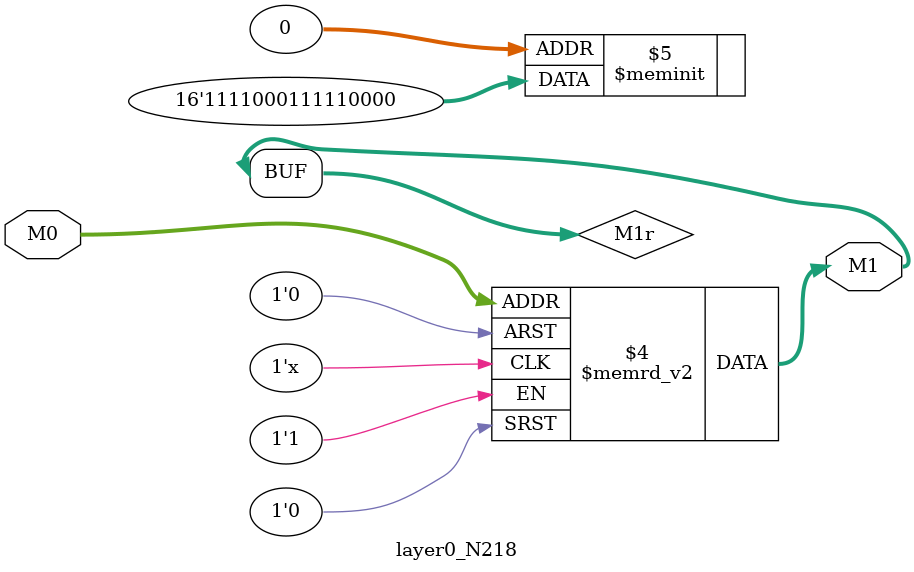
<source format=v>
module layer0_N218 ( input [2:0] M0, output [1:0] M1 );

	(*rom_style = "distributed" *) reg [1:0] M1r;
	assign M1 = M1r;
	always @ (M0) begin
		case (M0)
			3'b000: M1r = 2'b00;
			3'b100: M1r = 2'b01;
			3'b010: M1r = 2'b11;
			3'b110: M1r = 2'b11;
			3'b001: M1r = 2'b00;
			3'b101: M1r = 2'b00;
			3'b011: M1r = 2'b11;
			3'b111: M1r = 2'b11;

		endcase
	end
endmodule

</source>
